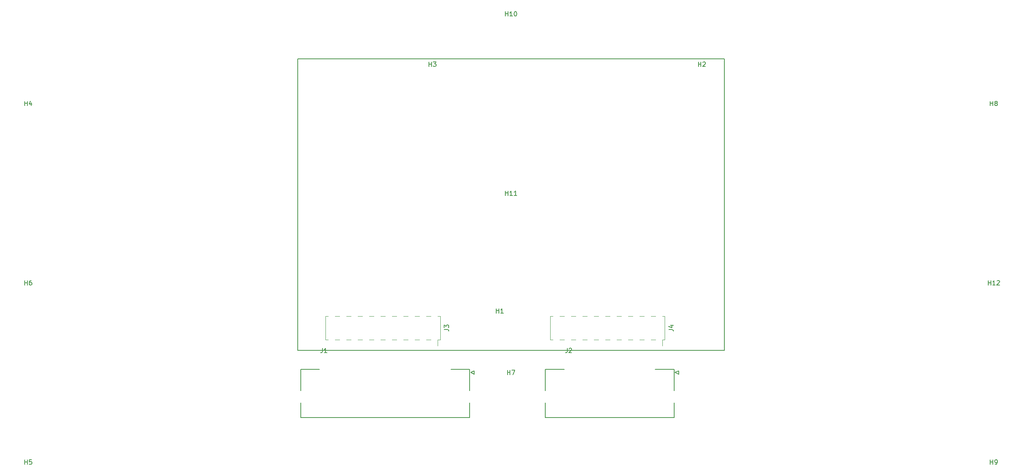
<source format=gbr>
%TF.GenerationSoftware,KiCad,Pcbnew,7.0.1*%
%TF.CreationDate,2025-06-01T15:38:47+02:00*%
%TF.ProjectId,federkontaktplatine_oben,66656465-726b-46f6-9e74-616b74706c61,rev?*%
%TF.SameCoordinates,Original*%
%TF.FileFunction,Legend,Top*%
%TF.FilePolarity,Positive*%
%FSLAX46Y46*%
G04 Gerber Fmt 4.6, Leading zero omitted, Abs format (unit mm)*
G04 Created by KiCad (PCBNEW 7.0.1) date 2025-06-01 15:38:47*
%MOMM*%
%LPD*%
G01*
G04 APERTURE LIST*
%ADD10C,0.150000*%
%ADD11C,0.120000*%
%ADD12C,0.127000*%
G04 APERTURE END LIST*
D10*
X100500000Y-45000000D02*
X195500000Y-45000000D01*
X195500000Y-110000000D01*
X100500000Y-110000000D01*
X100500000Y-45000000D01*
%TO.C,H8*%
X254738095Y-55412619D02*
X254738095Y-54412619D01*
X254738095Y-54888809D02*
X255309523Y-54888809D01*
X255309523Y-55412619D02*
X255309523Y-54412619D01*
X255928571Y-54841190D02*
X255833333Y-54793571D01*
X255833333Y-54793571D02*
X255785714Y-54745952D01*
X255785714Y-54745952D02*
X255738095Y-54650714D01*
X255738095Y-54650714D02*
X255738095Y-54603095D01*
X255738095Y-54603095D02*
X255785714Y-54507857D01*
X255785714Y-54507857D02*
X255833333Y-54460238D01*
X255833333Y-54460238D02*
X255928571Y-54412619D01*
X255928571Y-54412619D02*
X256119047Y-54412619D01*
X256119047Y-54412619D02*
X256214285Y-54460238D01*
X256214285Y-54460238D02*
X256261904Y-54507857D01*
X256261904Y-54507857D02*
X256309523Y-54603095D01*
X256309523Y-54603095D02*
X256309523Y-54650714D01*
X256309523Y-54650714D02*
X256261904Y-54745952D01*
X256261904Y-54745952D02*
X256214285Y-54793571D01*
X256214285Y-54793571D02*
X256119047Y-54841190D01*
X256119047Y-54841190D02*
X255928571Y-54841190D01*
X255928571Y-54841190D02*
X255833333Y-54888809D01*
X255833333Y-54888809D02*
X255785714Y-54936428D01*
X255785714Y-54936428D02*
X255738095Y-55031666D01*
X255738095Y-55031666D02*
X255738095Y-55222142D01*
X255738095Y-55222142D02*
X255785714Y-55317380D01*
X255785714Y-55317380D02*
X255833333Y-55365000D01*
X255833333Y-55365000D02*
X255928571Y-55412619D01*
X255928571Y-55412619D02*
X256119047Y-55412619D01*
X256119047Y-55412619D02*
X256214285Y-55365000D01*
X256214285Y-55365000D02*
X256261904Y-55317380D01*
X256261904Y-55317380D02*
X256309523Y-55222142D01*
X256309523Y-55222142D02*
X256309523Y-55031666D01*
X256309523Y-55031666D02*
X256261904Y-54936428D01*
X256261904Y-54936428D02*
X256214285Y-54888809D01*
X256214285Y-54888809D02*
X256119047Y-54841190D01*
%TO.C,J4*%
X183162619Y-105333333D02*
X183876904Y-105333333D01*
X183876904Y-105333333D02*
X184019761Y-105380952D01*
X184019761Y-105380952D02*
X184115000Y-105476190D01*
X184115000Y-105476190D02*
X184162619Y-105619047D01*
X184162619Y-105619047D02*
X184162619Y-105714285D01*
X183495952Y-104428571D02*
X184162619Y-104428571D01*
X183115000Y-104666666D02*
X183829285Y-104904761D01*
X183829285Y-104904761D02*
X183829285Y-104285714D01*
%TO.C,H12*%
X254261905Y-95412619D02*
X254261905Y-94412619D01*
X254261905Y-94888809D02*
X254833333Y-94888809D01*
X254833333Y-95412619D02*
X254833333Y-94412619D01*
X255833333Y-95412619D02*
X255261905Y-95412619D01*
X255547619Y-95412619D02*
X255547619Y-94412619D01*
X255547619Y-94412619D02*
X255452381Y-94555476D01*
X255452381Y-94555476D02*
X255357143Y-94650714D01*
X255357143Y-94650714D02*
X255261905Y-94698333D01*
X256214286Y-94507857D02*
X256261905Y-94460238D01*
X256261905Y-94460238D02*
X256357143Y-94412619D01*
X256357143Y-94412619D02*
X256595238Y-94412619D01*
X256595238Y-94412619D02*
X256690476Y-94460238D01*
X256690476Y-94460238D02*
X256738095Y-94507857D01*
X256738095Y-94507857D02*
X256785714Y-94603095D01*
X256785714Y-94603095D02*
X256785714Y-94698333D01*
X256785714Y-94698333D02*
X256738095Y-94841190D01*
X256738095Y-94841190D02*
X256166667Y-95412619D01*
X256166667Y-95412619D02*
X256785714Y-95412619D01*
%TO.C,H6*%
X39738095Y-95412619D02*
X39738095Y-94412619D01*
X39738095Y-94888809D02*
X40309523Y-94888809D01*
X40309523Y-95412619D02*
X40309523Y-94412619D01*
X41214285Y-94412619D02*
X41023809Y-94412619D01*
X41023809Y-94412619D02*
X40928571Y-94460238D01*
X40928571Y-94460238D02*
X40880952Y-94507857D01*
X40880952Y-94507857D02*
X40785714Y-94650714D01*
X40785714Y-94650714D02*
X40738095Y-94841190D01*
X40738095Y-94841190D02*
X40738095Y-95222142D01*
X40738095Y-95222142D02*
X40785714Y-95317380D01*
X40785714Y-95317380D02*
X40833333Y-95365000D01*
X40833333Y-95365000D02*
X40928571Y-95412619D01*
X40928571Y-95412619D02*
X41119047Y-95412619D01*
X41119047Y-95412619D02*
X41214285Y-95365000D01*
X41214285Y-95365000D02*
X41261904Y-95317380D01*
X41261904Y-95317380D02*
X41309523Y-95222142D01*
X41309523Y-95222142D02*
X41309523Y-94984047D01*
X41309523Y-94984047D02*
X41261904Y-94888809D01*
X41261904Y-94888809D02*
X41214285Y-94841190D01*
X41214285Y-94841190D02*
X41119047Y-94793571D01*
X41119047Y-94793571D02*
X40928571Y-94793571D01*
X40928571Y-94793571D02*
X40833333Y-94841190D01*
X40833333Y-94841190D02*
X40785714Y-94888809D01*
X40785714Y-94888809D02*
X40738095Y-94984047D01*
%TO.C,H9*%
X254738095Y-135412619D02*
X254738095Y-134412619D01*
X254738095Y-134888809D02*
X255309523Y-134888809D01*
X255309523Y-135412619D02*
X255309523Y-134412619D01*
X255833333Y-135412619D02*
X256023809Y-135412619D01*
X256023809Y-135412619D02*
X256119047Y-135365000D01*
X256119047Y-135365000D02*
X256166666Y-135317380D01*
X256166666Y-135317380D02*
X256261904Y-135174523D01*
X256261904Y-135174523D02*
X256309523Y-134984047D01*
X256309523Y-134984047D02*
X256309523Y-134603095D01*
X256309523Y-134603095D02*
X256261904Y-134507857D01*
X256261904Y-134507857D02*
X256214285Y-134460238D01*
X256214285Y-134460238D02*
X256119047Y-134412619D01*
X256119047Y-134412619D02*
X255928571Y-134412619D01*
X255928571Y-134412619D02*
X255833333Y-134460238D01*
X255833333Y-134460238D02*
X255785714Y-134507857D01*
X255785714Y-134507857D02*
X255738095Y-134603095D01*
X255738095Y-134603095D02*
X255738095Y-134841190D01*
X255738095Y-134841190D02*
X255785714Y-134936428D01*
X255785714Y-134936428D02*
X255833333Y-134984047D01*
X255833333Y-134984047D02*
X255928571Y-135031666D01*
X255928571Y-135031666D02*
X256119047Y-135031666D01*
X256119047Y-135031666D02*
X256214285Y-134984047D01*
X256214285Y-134984047D02*
X256261904Y-134936428D01*
X256261904Y-134936428D02*
X256309523Y-134841190D01*
%TO.C,H7*%
X147238095Y-115412619D02*
X147238095Y-114412619D01*
X147238095Y-114888809D02*
X147809523Y-114888809D01*
X147809523Y-115412619D02*
X147809523Y-114412619D01*
X148190476Y-114412619D02*
X148857142Y-114412619D01*
X148857142Y-114412619D02*
X148428571Y-115412619D01*
%TO.C,H10*%
X146761905Y-35412619D02*
X146761905Y-34412619D01*
X146761905Y-34888809D02*
X147333333Y-34888809D01*
X147333333Y-35412619D02*
X147333333Y-34412619D01*
X148333333Y-35412619D02*
X147761905Y-35412619D01*
X148047619Y-35412619D02*
X148047619Y-34412619D01*
X148047619Y-34412619D02*
X147952381Y-34555476D01*
X147952381Y-34555476D02*
X147857143Y-34650714D01*
X147857143Y-34650714D02*
X147761905Y-34698333D01*
X148952381Y-34412619D02*
X149047619Y-34412619D01*
X149047619Y-34412619D02*
X149142857Y-34460238D01*
X149142857Y-34460238D02*
X149190476Y-34507857D01*
X149190476Y-34507857D02*
X149238095Y-34603095D01*
X149238095Y-34603095D02*
X149285714Y-34793571D01*
X149285714Y-34793571D02*
X149285714Y-35031666D01*
X149285714Y-35031666D02*
X149238095Y-35222142D01*
X149238095Y-35222142D02*
X149190476Y-35317380D01*
X149190476Y-35317380D02*
X149142857Y-35365000D01*
X149142857Y-35365000D02*
X149047619Y-35412619D01*
X149047619Y-35412619D02*
X148952381Y-35412619D01*
X148952381Y-35412619D02*
X148857143Y-35365000D01*
X148857143Y-35365000D02*
X148809524Y-35317380D01*
X148809524Y-35317380D02*
X148761905Y-35222142D01*
X148761905Y-35222142D02*
X148714286Y-35031666D01*
X148714286Y-35031666D02*
X148714286Y-34793571D01*
X148714286Y-34793571D02*
X148761905Y-34603095D01*
X148761905Y-34603095D02*
X148809524Y-34507857D01*
X148809524Y-34507857D02*
X148857143Y-34460238D01*
X148857143Y-34460238D02*
X148952381Y-34412619D01*
%TO.C,H4*%
X39738095Y-55412619D02*
X39738095Y-54412619D01*
X39738095Y-54888809D02*
X40309523Y-54888809D01*
X40309523Y-55412619D02*
X40309523Y-54412619D01*
X41214285Y-54745952D02*
X41214285Y-55412619D01*
X40976190Y-54365000D02*
X40738095Y-55079285D01*
X40738095Y-55079285D02*
X41357142Y-55079285D01*
%TO.C,H5*%
X39738095Y-135412619D02*
X39738095Y-134412619D01*
X39738095Y-134888809D02*
X40309523Y-134888809D01*
X40309523Y-135412619D02*
X40309523Y-134412619D01*
X41261904Y-134412619D02*
X40785714Y-134412619D01*
X40785714Y-134412619D02*
X40738095Y-134888809D01*
X40738095Y-134888809D02*
X40785714Y-134841190D01*
X40785714Y-134841190D02*
X40880952Y-134793571D01*
X40880952Y-134793571D02*
X41119047Y-134793571D01*
X41119047Y-134793571D02*
X41214285Y-134841190D01*
X41214285Y-134841190D02*
X41261904Y-134888809D01*
X41261904Y-134888809D02*
X41309523Y-134984047D01*
X41309523Y-134984047D02*
X41309523Y-135222142D01*
X41309523Y-135222142D02*
X41261904Y-135317380D01*
X41261904Y-135317380D02*
X41214285Y-135365000D01*
X41214285Y-135365000D02*
X41119047Y-135412619D01*
X41119047Y-135412619D02*
X40880952Y-135412619D01*
X40880952Y-135412619D02*
X40785714Y-135365000D01*
X40785714Y-135365000D02*
X40738095Y-135317380D01*
%TO.C,H3*%
X129738095Y-46662619D02*
X129738095Y-45662619D01*
X129738095Y-46138809D02*
X130309523Y-46138809D01*
X130309523Y-46662619D02*
X130309523Y-45662619D01*
X130690476Y-45662619D02*
X131309523Y-45662619D01*
X131309523Y-45662619D02*
X130976190Y-46043571D01*
X130976190Y-46043571D02*
X131119047Y-46043571D01*
X131119047Y-46043571D02*
X131214285Y-46091190D01*
X131214285Y-46091190D02*
X131261904Y-46138809D01*
X131261904Y-46138809D02*
X131309523Y-46234047D01*
X131309523Y-46234047D02*
X131309523Y-46472142D01*
X131309523Y-46472142D02*
X131261904Y-46567380D01*
X131261904Y-46567380D02*
X131214285Y-46615000D01*
X131214285Y-46615000D02*
X131119047Y-46662619D01*
X131119047Y-46662619D02*
X130833333Y-46662619D01*
X130833333Y-46662619D02*
X130738095Y-46615000D01*
X130738095Y-46615000D02*
X130690476Y-46567380D01*
%TO.C,J3*%
X133162619Y-105333333D02*
X133876904Y-105333333D01*
X133876904Y-105333333D02*
X134019761Y-105380952D01*
X134019761Y-105380952D02*
X134115000Y-105476190D01*
X134115000Y-105476190D02*
X134162619Y-105619047D01*
X134162619Y-105619047D02*
X134162619Y-105714285D01*
X133162619Y-104952380D02*
X133162619Y-104333333D01*
X133162619Y-104333333D02*
X133543571Y-104666666D01*
X133543571Y-104666666D02*
X133543571Y-104523809D01*
X133543571Y-104523809D02*
X133591190Y-104428571D01*
X133591190Y-104428571D02*
X133638809Y-104380952D01*
X133638809Y-104380952D02*
X133734047Y-104333333D01*
X133734047Y-104333333D02*
X133972142Y-104333333D01*
X133972142Y-104333333D02*
X134067380Y-104380952D01*
X134067380Y-104380952D02*
X134115000Y-104428571D01*
X134115000Y-104428571D02*
X134162619Y-104523809D01*
X134162619Y-104523809D02*
X134162619Y-104809523D01*
X134162619Y-104809523D02*
X134115000Y-104904761D01*
X134115000Y-104904761D02*
X134067380Y-104952380D01*
%TO.C,H2*%
X189738095Y-46662619D02*
X189738095Y-45662619D01*
X189738095Y-46138809D02*
X190309523Y-46138809D01*
X190309523Y-46662619D02*
X190309523Y-45662619D01*
X190738095Y-45757857D02*
X190785714Y-45710238D01*
X190785714Y-45710238D02*
X190880952Y-45662619D01*
X190880952Y-45662619D02*
X191119047Y-45662619D01*
X191119047Y-45662619D02*
X191214285Y-45710238D01*
X191214285Y-45710238D02*
X191261904Y-45757857D01*
X191261904Y-45757857D02*
X191309523Y-45853095D01*
X191309523Y-45853095D02*
X191309523Y-45948333D01*
X191309523Y-45948333D02*
X191261904Y-46091190D01*
X191261904Y-46091190D02*
X190690476Y-46662619D01*
X190690476Y-46662619D02*
X191309523Y-46662619D01*
%TO.C,H1*%
X144738095Y-101662619D02*
X144738095Y-100662619D01*
X144738095Y-101138809D02*
X145309523Y-101138809D01*
X145309523Y-101662619D02*
X145309523Y-100662619D01*
X146309523Y-101662619D02*
X145738095Y-101662619D01*
X146023809Y-101662619D02*
X146023809Y-100662619D01*
X146023809Y-100662619D02*
X145928571Y-100805476D01*
X145928571Y-100805476D02*
X145833333Y-100900714D01*
X145833333Y-100900714D02*
X145738095Y-100948333D01*
%TO.C,J1*%
X106016666Y-109520819D02*
X106016666Y-110235104D01*
X106016666Y-110235104D02*
X105969047Y-110377961D01*
X105969047Y-110377961D02*
X105873809Y-110473200D01*
X105873809Y-110473200D02*
X105730952Y-110520819D01*
X105730952Y-110520819D02*
X105635714Y-110520819D01*
X107016666Y-110520819D02*
X106445238Y-110520819D01*
X106730952Y-110520819D02*
X106730952Y-109520819D01*
X106730952Y-109520819D02*
X106635714Y-109663676D01*
X106635714Y-109663676D02*
X106540476Y-109758914D01*
X106540476Y-109758914D02*
X106445238Y-109806533D01*
%TO.C,H11*%
X146761905Y-75412619D02*
X146761905Y-74412619D01*
X146761905Y-74888809D02*
X147333333Y-74888809D01*
X147333333Y-75412619D02*
X147333333Y-74412619D01*
X148333333Y-75412619D02*
X147761905Y-75412619D01*
X148047619Y-75412619D02*
X148047619Y-74412619D01*
X148047619Y-74412619D02*
X147952381Y-74555476D01*
X147952381Y-74555476D02*
X147857143Y-74650714D01*
X147857143Y-74650714D02*
X147761905Y-74698333D01*
X149285714Y-75412619D02*
X148714286Y-75412619D01*
X149000000Y-75412619D02*
X149000000Y-74412619D01*
X149000000Y-74412619D02*
X148904762Y-74555476D01*
X148904762Y-74555476D02*
X148809524Y-74650714D01*
X148809524Y-74650714D02*
X148714286Y-74698333D01*
%TO.C,J2*%
X160516666Y-109520819D02*
X160516666Y-110235104D01*
X160516666Y-110235104D02*
X160469047Y-110377961D01*
X160469047Y-110377961D02*
X160373809Y-110473200D01*
X160373809Y-110473200D02*
X160230952Y-110520819D01*
X160230952Y-110520819D02*
X160135714Y-110520819D01*
X160945238Y-109616057D02*
X160992857Y-109568438D01*
X160992857Y-109568438D02*
X161088095Y-109520819D01*
X161088095Y-109520819D02*
X161326190Y-109520819D01*
X161326190Y-109520819D02*
X161421428Y-109568438D01*
X161421428Y-109568438D02*
X161469047Y-109616057D01*
X161469047Y-109616057D02*
X161516666Y-109711295D01*
X161516666Y-109711295D02*
X161516666Y-109806533D01*
X161516666Y-109806533D02*
X161469047Y-109949390D01*
X161469047Y-109949390D02*
X160897619Y-110520819D01*
X160897619Y-110520819D02*
X161516666Y-110520819D01*
D11*
%TO.C,J4*%
X182260000Y-102400000D02*
X181690000Y-102400000D01*
X182260000Y-102400000D02*
X182260000Y-107600000D01*
X180170000Y-102400000D02*
X179150000Y-102400000D01*
X177630000Y-102400000D02*
X176610000Y-102400000D01*
X175090000Y-102400000D02*
X174070000Y-102400000D01*
X172550000Y-102400000D02*
X171530000Y-102400000D01*
X170010000Y-102400000D02*
X168990000Y-102400000D01*
X167470000Y-102400000D02*
X166450000Y-102400000D01*
X164930000Y-102400000D02*
X163910000Y-102400000D01*
X162390000Y-102400000D02*
X161370000Y-102400000D01*
X159850000Y-102400000D02*
X158830000Y-102400000D01*
X157310000Y-102400000D02*
X156740000Y-102400000D01*
X156740000Y-102400000D02*
X156740000Y-107600000D01*
X182260000Y-107600000D02*
X181690000Y-107600000D01*
X181690000Y-107600000D02*
X181690000Y-108960000D01*
X180170000Y-107600000D02*
X179150000Y-107600000D01*
X177630000Y-107600000D02*
X176610000Y-107600000D01*
X175090000Y-107600000D02*
X174070000Y-107600000D01*
X172550000Y-107600000D02*
X171530000Y-107600000D01*
X170010000Y-107600000D02*
X168990000Y-107600000D01*
X167470000Y-107600000D02*
X166450000Y-107600000D01*
X164930000Y-107600000D02*
X163910000Y-107600000D01*
X162390000Y-107600000D02*
X161370000Y-107600000D01*
X159850000Y-107600000D02*
X158830000Y-107600000D01*
X157310000Y-107600000D02*
X156740000Y-107600000D01*
%TO.C,J3*%
X132260000Y-102400000D02*
X131690000Y-102400000D01*
X132260000Y-102400000D02*
X132260000Y-107600000D01*
X130170000Y-102400000D02*
X129150000Y-102400000D01*
X127630000Y-102400000D02*
X126610000Y-102400000D01*
X125090000Y-102400000D02*
X124070000Y-102400000D01*
X122550000Y-102400000D02*
X121530000Y-102400000D01*
X120010000Y-102400000D02*
X118990000Y-102400000D01*
X117470000Y-102400000D02*
X116450000Y-102400000D01*
X114930000Y-102400000D02*
X113910000Y-102400000D01*
X112390000Y-102400000D02*
X111370000Y-102400000D01*
X109850000Y-102400000D02*
X108830000Y-102400000D01*
X107310000Y-102400000D02*
X106740000Y-102400000D01*
X106740000Y-102400000D02*
X106740000Y-107600000D01*
X132260000Y-107600000D02*
X131690000Y-107600000D01*
X131690000Y-107600000D02*
X131690000Y-108960000D01*
X130170000Y-107600000D02*
X129150000Y-107600000D01*
X127630000Y-107600000D02*
X126610000Y-107600000D01*
X125090000Y-107600000D02*
X124070000Y-107600000D01*
X122550000Y-107600000D02*
X121530000Y-107600000D01*
X120010000Y-107600000D02*
X118990000Y-107600000D01*
X117470000Y-107600000D02*
X116450000Y-107600000D01*
X114930000Y-107600000D02*
X113910000Y-107600000D01*
X112390000Y-107600000D02*
X111370000Y-107600000D01*
X109850000Y-107600000D02*
X108830000Y-107600000D01*
X107310000Y-107600000D02*
X106740000Y-107600000D01*
D12*
%TO.C,J1*%
X101175000Y-114250000D02*
X101175000Y-119000000D01*
X101175000Y-114250000D02*
X105390000Y-114250000D01*
X101175000Y-121680000D02*
X101175000Y-124950000D01*
X138825000Y-114250000D02*
X134610000Y-114250000D01*
X138825000Y-114250000D02*
X138825000Y-119000000D01*
X138825000Y-124950000D02*
X101175000Y-124950000D01*
X138825000Y-124950000D02*
X138825000Y-121680000D01*
X139050000Y-114930000D02*
X139850000Y-114530000D01*
X139850000Y-114530000D02*
X139850000Y-115330000D01*
X139850000Y-115330000D02*
X139050000Y-114930000D01*
%TO.C,J2*%
X155675000Y-114250000D02*
X155675000Y-119000000D01*
X155675000Y-114250000D02*
X159890000Y-114250000D01*
X155675000Y-121680000D02*
X155675000Y-124950000D01*
X184325000Y-114250000D02*
X180110000Y-114250000D01*
X184325000Y-114250000D02*
X184325000Y-119000000D01*
X184325000Y-124950000D02*
X155675000Y-124950000D01*
X184325000Y-124950000D02*
X184325000Y-121680000D01*
X184550000Y-114930000D02*
X185350000Y-114530000D01*
X185350000Y-114530000D02*
X185350000Y-115330000D01*
X185350000Y-115330000D02*
X184550000Y-114930000D01*
%TD*%
M02*

</source>
